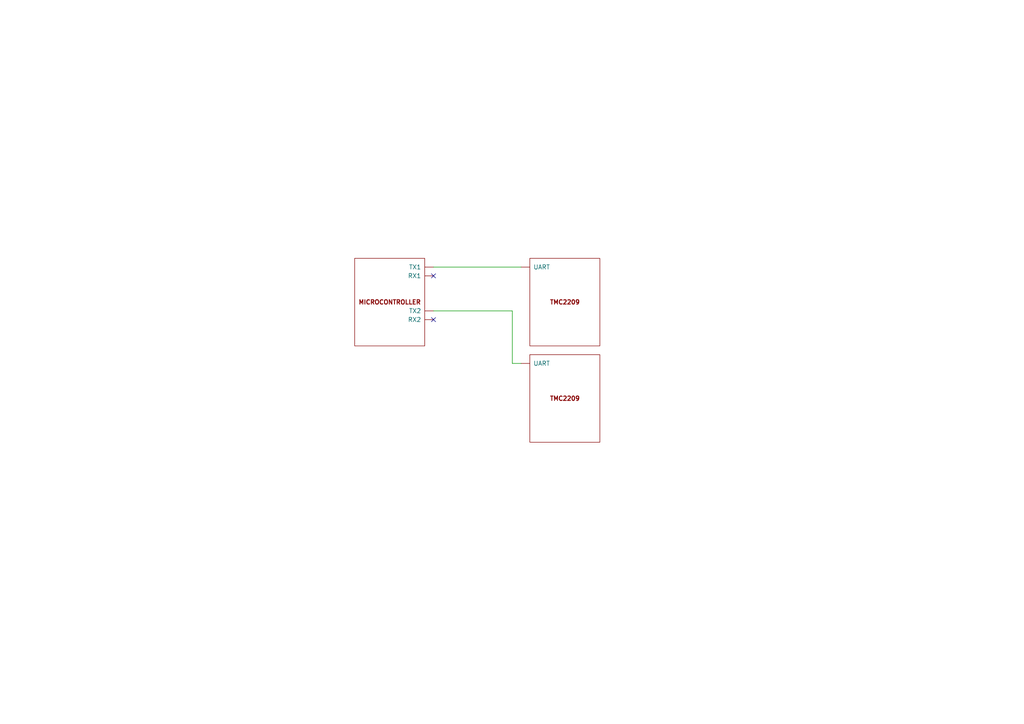
<source format=kicad_sch>
(kicad_sch (version 20230121) (generator eeschema)
  (paper "A4")
  (title_block (title "Trinamic Wiring") (date "2023-08-02") (rev "0.4") (company "Janelia Research Campus"))
  (lib_symbols
    (symbol "Janelia:DOC_MCU" (pin_numbers hide) (pin_names (offset 1.016))
      (symbol "DOC_MCU_0_1"
        (rectangle (start -10.16 12.7) (end 10.16 -12.7))
      )
      (symbol "DOC_MCU_1_1"
        (text "MICROCONTROLLER" (at 0 0 0) (effects (font (size 1.27 1.27) bold)))
        (pin input line (at 12.7 7.62 180) (length 2.54) (name "RX1") (number "0"))
        (pin output line (at 12.7 10.16 180) (length 2.54) (name "TX1") (number "1"))
        (pin input line (at 12.7 -5.08 180) (length 2.54) (name "RX2") (number "2"))
        (pin output line (at 12.7 -2.54 180) (length 2.54) (name "TX2") (number "3"))
        (pin output line (at 12.7 -7.62 180) (length 2.54) hide (name "TX3") (number "4"))
        (pin input line (at 12.7 -10.16 180) (length 2.54) hide (name "RX3") (number "5"))
        (pin output line (at 12.7 5.08 180) (length 2.54) hide (name "STEP") (number "6"))
        (pin input line (at 12.7 2.54 180) (length 2.54) hide (name "DIR") (number "7"))
        (pin input line (at 0 -15.24 90) (length 2.54) hide (name "SPI") (number "8"))
      )
    )
    (symbol "Janelia:DOC_TMC2209" (pin_numbers hide) (pin_names (offset 1.016))
      (symbol "DOC_TMC2209_0_1"
        (rectangle (start -10.16 12.7) (end 10.16 -12.7))
      )
      (symbol "DOC_TMC2209_1_1"
        (text "TMC2209" (at 0 0 0) (effects (font (size 1.27 1.27) bold)))
        (pin bidirectional line (at -12.7 10.16 0) (length 2.54) (name "UART") (number "0"))
        (pin input line (at -12.7 5.08 0) (length 2.54) hide (name "STEP") (number "1"))
        (pin input line (at -12.7 -5.08 0) (length 2.54) hide (name "AD1") (number "10"))
        (pin input line (at -12.7 2.54 0) (length 2.54) hide (name "DIR") (number "2"))
        (pin passive line (at 2.54 -15.24 90) (length 2.54) hide (name "BRA") (number "3"))
        (pin passive line (at 7.62 -15.24 90) (length 2.54) hide (name "BRB") (number "4"))
        (pin passive line (at 12.7 5.08 180) (length 2.54) hide (name "OA1") (number "5"))
        (pin passive line (at 12.7 2.54 180) (length 2.54) hide (name "OA2") (number "6"))
        (pin passive line (at 12.7 -2.54 180) (length 2.54) hide (name "OB1") (number "7"))
        (pin passive line (at 12.7 -5.08 180) (length 2.54) hide (name "OB2") (number "8"))
        (pin input line (at -12.7 -2.54 0) (length 2.54) hide (name "AD0") (number "9"))
      )
    )
  )
  (no_connect (at 125.73 80.01))
  (no_connect (at 125.73 92.71))
  (wire (pts (xy 125.73 77.47) (xy 151.13 77.47)))
  (wire (pts (xy 148.59 90.17) (xy 148.59 105.41)))
  (wire (pts (xy 148.59 105.41) (xy 151.13 105.41)))
  (wire (pts (xy 125.73 90.17) (xy 148.59 90.17)))
  (symbol (lib_id "Janelia:DOC_MCU") (at 113.03 87.63 0) (unit 1)
    (property "Reference" "MICROCONTROLLER6" (effects hide))
    (property "Value" "DOC_MCU" (effects hide))
    (property "Sim.Enable" "0" (effects hide))
  )
  (symbol (lib_id "Janelia:DOC_TMC2209") (at 163.83 87.63 0) (unit 1)
    (property "Reference" "TMC6" (effects hide))
    (property "Value" "DOC_TMC2209" (effects hide))
    (property "Sim.Enable" "0" (effects hide))
    (instances (project "trinamic_wiring" (path "" (reference "TMC6") (unit 1)) (path "" (reference "TMC1") (unit 1)) (path "" (reference "TMC9") (unit 1))))
  )
  (symbol (lib_id "Janelia:DOC_TMC2209") (at 163.83 115.57 0) (unit 1)
    (property "Reference" "TMC6" (effects hide))
    (property "Value" "DOC_TMC2209" (effects hide))
    (property "Sim.Enable" "0" (effects hide))
    (instances (project "trinamic_wiring" (path "" (reference "TMC6") (unit 1)) (path "" (reference "TMC8") (unit 1)) (path "" (reference "TMC10") (unit 1))))
  )
)
</source>
